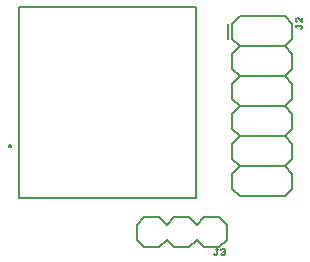
<source format=gbr>
G04 EAGLE Gerber RS-274X export*
G75*
%MOMM*%
%FSLAX34Y34*%
%LPD*%
%INSilkscreen Top*%
%IPPOS*%
%AMOC8*
5,1,8,0,0,1.08239X$1,22.5*%
G01*
%ADD10C,0.127000*%
%ADD11C,0.200000*%
%ADD12C,0.203200*%


D10*
X151500Y290900D02*
X1500Y290900D01*
X151500Y290900D02*
X151500Y129100D01*
X1500Y129100D01*
X1500Y290900D01*
D11*
X-7000Y173000D02*
X-6998Y173063D01*
X-6992Y173125D01*
X-6982Y173187D01*
X-6969Y173249D01*
X-6951Y173309D01*
X-6930Y173368D01*
X-6905Y173426D01*
X-6876Y173482D01*
X-6844Y173536D01*
X-6809Y173588D01*
X-6771Y173637D01*
X-6729Y173685D01*
X-6685Y173729D01*
X-6637Y173771D01*
X-6588Y173809D01*
X-6536Y173844D01*
X-6482Y173876D01*
X-6426Y173905D01*
X-6368Y173930D01*
X-6309Y173951D01*
X-6249Y173969D01*
X-6187Y173982D01*
X-6125Y173992D01*
X-6063Y173998D01*
X-6000Y174000D01*
X-5937Y173998D01*
X-5875Y173992D01*
X-5813Y173982D01*
X-5751Y173969D01*
X-5691Y173951D01*
X-5632Y173930D01*
X-5574Y173905D01*
X-5518Y173876D01*
X-5464Y173844D01*
X-5412Y173809D01*
X-5363Y173771D01*
X-5315Y173729D01*
X-5271Y173685D01*
X-5229Y173637D01*
X-5191Y173588D01*
X-5156Y173536D01*
X-5124Y173482D01*
X-5095Y173426D01*
X-5070Y173368D01*
X-5049Y173309D01*
X-5031Y173249D01*
X-5018Y173187D01*
X-5008Y173125D01*
X-5002Y173063D01*
X-5000Y173000D01*
X-5002Y172937D01*
X-5008Y172875D01*
X-5018Y172813D01*
X-5031Y172751D01*
X-5049Y172691D01*
X-5070Y172632D01*
X-5095Y172574D01*
X-5124Y172518D01*
X-5156Y172464D01*
X-5191Y172412D01*
X-5229Y172363D01*
X-5271Y172315D01*
X-5315Y172271D01*
X-5363Y172229D01*
X-5412Y172191D01*
X-5464Y172156D01*
X-5518Y172124D01*
X-5574Y172095D01*
X-5632Y172070D01*
X-5691Y172049D01*
X-5751Y172031D01*
X-5813Y172018D01*
X-5875Y172008D01*
X-5937Y172002D01*
X-6000Y172000D01*
X-6063Y172002D01*
X-6125Y172008D01*
X-6187Y172018D01*
X-6249Y172031D01*
X-6309Y172049D01*
X-6368Y172070D01*
X-6426Y172095D01*
X-6482Y172124D01*
X-6536Y172156D01*
X-6588Y172191D01*
X-6637Y172229D01*
X-6685Y172271D01*
X-6729Y172315D01*
X-6771Y172363D01*
X-6809Y172412D01*
X-6844Y172464D01*
X-6876Y172518D01*
X-6905Y172574D01*
X-6930Y172632D01*
X-6951Y172691D01*
X-6969Y172751D01*
X-6982Y172813D01*
X-6992Y172875D01*
X-6998Y172937D01*
X-7000Y173000D01*
D12*
X182300Y276350D02*
X188650Y282700D01*
X182300Y263650D02*
X188650Y257300D01*
X182300Y250950D01*
X182300Y238250D02*
X188650Y231900D01*
X182300Y225550D01*
X182300Y212850D02*
X188650Y206500D01*
X182300Y200150D01*
X182300Y187450D02*
X188650Y181100D01*
X182300Y174750D01*
X182300Y162050D02*
X188650Y155700D01*
X182300Y149350D01*
X182300Y136650D02*
X188650Y130300D01*
X188650Y282700D02*
X226750Y282700D01*
X233100Y276350D01*
X233100Y263650D01*
X226750Y257300D01*
X233100Y250950D01*
X233100Y238250D01*
X226750Y231900D01*
X233100Y225550D01*
X233100Y212850D01*
X226750Y206500D01*
X233100Y200150D01*
X233100Y187450D01*
X226750Y181100D01*
X233100Y174750D01*
X233100Y162050D01*
X226750Y155700D01*
X233100Y149350D01*
X233100Y136650D01*
X226750Y130300D01*
X226750Y257300D02*
X188650Y257300D01*
X188650Y231900D02*
X226750Y231900D01*
X226750Y206500D02*
X188650Y206500D01*
X188650Y181100D02*
X226750Y181100D01*
X226750Y155700D02*
X188650Y155700D01*
X188650Y130300D02*
X226750Y130300D01*
X182300Y136650D02*
X182300Y149350D01*
X182300Y162050D02*
X182300Y174750D01*
X182300Y187450D02*
X182300Y200150D01*
X182300Y212850D02*
X182300Y225550D01*
X182300Y238250D02*
X182300Y250950D01*
X182300Y263650D02*
X182300Y276350D01*
X178490Y276350D02*
X178490Y263650D01*
X182300Y276350D02*
X188650Y282700D01*
X226750Y282700D01*
X233100Y276350D01*
X188650Y282700D02*
X182300Y276350D01*
X188650Y282700D02*
X226750Y282700D01*
X233100Y276350D01*
D10*
X240296Y272109D02*
X241101Y272914D01*
X241101Y273719D01*
X240296Y274524D01*
X236271Y274524D01*
X236271Y273719D02*
X236271Y275329D01*
X241101Y277722D02*
X241101Y280942D01*
X241101Y277722D02*
X237881Y280942D01*
X237076Y280942D01*
X236271Y280137D01*
X236271Y278527D01*
X237076Y277722D01*
D12*
X126900Y93650D02*
X120550Y87300D01*
X107850Y87300D01*
X101500Y93650D01*
X101500Y106350D02*
X107850Y112700D01*
X120550Y112700D01*
X126900Y106350D01*
X158650Y87300D02*
X171350Y87300D01*
X158650Y87300D02*
X152300Y93650D01*
X152300Y106350D02*
X158650Y112700D01*
X152300Y93650D02*
X145950Y87300D01*
X133250Y87300D01*
X126900Y93650D01*
X126900Y106350D02*
X133250Y112700D01*
X145950Y112700D01*
X152300Y106350D01*
X177700Y106350D02*
X177700Y93650D01*
X171350Y87300D01*
X177700Y106350D02*
X171350Y112700D01*
X158650Y112700D01*
X101500Y106350D02*
X101500Y93650D01*
D10*
X167109Y81374D02*
X167914Y80569D01*
X168719Y80569D01*
X169524Y81374D01*
X169524Y85399D01*
X168719Y85399D02*
X170329Y85399D01*
X172722Y84594D02*
X173527Y85399D01*
X175137Y85399D01*
X175942Y84594D01*
X175942Y83789D01*
X175137Y82984D01*
X174332Y82984D01*
X175137Y82984D02*
X175942Y82179D01*
X175942Y81374D01*
X175137Y80569D01*
X173527Y80569D01*
X172722Y81374D01*
M02*

</source>
